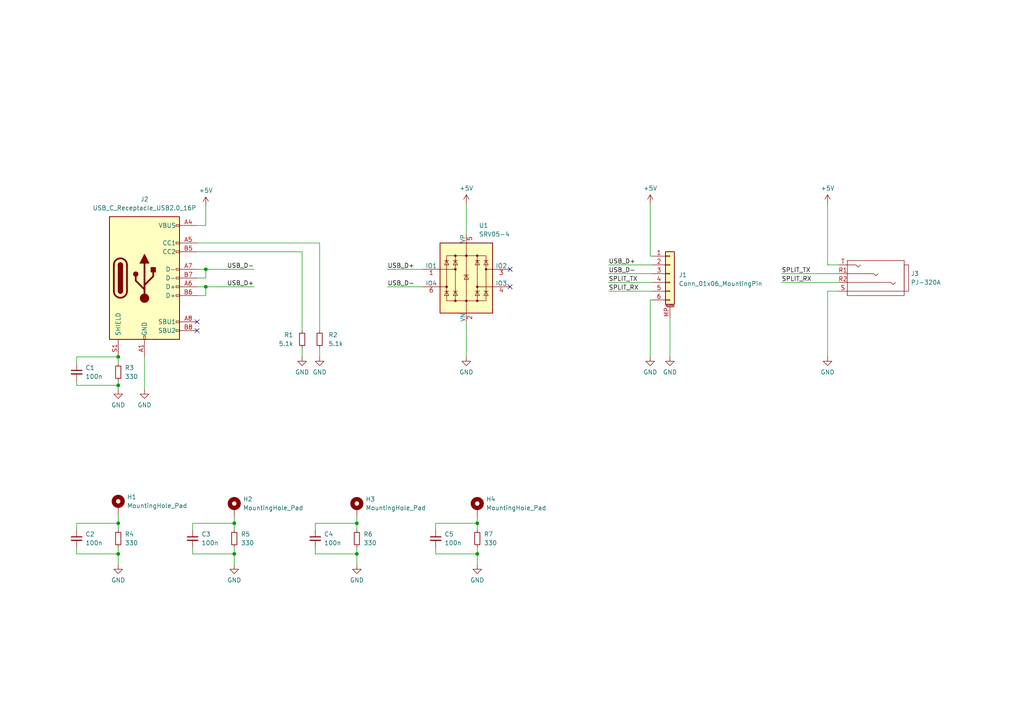
<source format=kicad_sch>
(kicad_sch (version 20230121) (generator eeschema)
  (paper "A4")
  (lib_symbols
    (symbol "Connector:USB_C_Receptacle_USB2.0_16P" (pin_names (offset 1.016))
      (property "Reference" "J" (at 0 22.225 0))
      (property "Value" "USB_C_Receptacle_USB2.0_16P" (at 0 19.685 0))
      (symbol "USB_C_Receptacle_USB2.0_16P_0_0"
        (rectangle (start -0.254 -17.78) (end 0.254 -16.764))
        (rectangle (start 10.16 -14.986) (end 9.144 -15.494))
        (rectangle (start 10.16 -12.446) (end 9.144 -12.954))
        (rectangle (start 10.16 -4.826) (end 9.144 -5.334))
        (rectangle (start 10.16 -2.286) (end 9.144 -2.794))
        (rectangle (start 10.16 0.254) (end 9.144 -0.254))
        (rectangle (start 10.16 2.794) (end 9.144 2.286))
        (rectangle (start 10.16 7.874) (end 9.144 7.366))
        (rectangle (start 10.16 10.414) (end 9.144 9.906))
        (rectangle (start 10.16 15.494) (end 9.144 14.986))
      )
      (symbol "USB_C_Receptacle_USB2.0_16P_0_1"
        (rectangle (start -10.16 17.78) (end 10.16 -17.78) (stroke (width 0.254)) (fill (type background)))
        (arc (start -8.89 -3.81) (mid -6.985 -5.7067) (end -5.08 -3.81) (stroke (width 0.508)))
        (arc (start -7.62 -3.81) (mid -6.985 -4.4423) (end -6.35 -3.81) (stroke (width 0.254)))
        (arc (start -7.62 -3.81) (mid -6.985 -4.4423) (end -6.35 -3.81) (stroke (width 0.254)) (fill (type outline)))
        (rectangle (start -7.62 -3.81) (end -6.35 3.81) (stroke (width 0.254)) (fill (type outline)))
        (arc (start -6.35 3.81) (mid -6.985 4.4423) (end -7.62 3.81) (stroke (width 0.254)))
        (arc (start -6.35 3.81) (mid -6.985 4.4423) (end -7.62 3.81) (stroke (width 0.254)) (fill (type outline)))
        (arc (start -5.08 3.81) (mid -6.985 5.7067) (end -8.89 3.81) (stroke (width 0.508)))
        (circle (center -2.54 1.143) (radius 0.635) (stroke (width 0.254)) (fill (type outline)))
        (circle (center 0 -5.842) (radius 1.27) (fill (type outline)))
        (polyline (pts (xy -8.89 -3.81) (xy -8.89 3.81)) (stroke (width 0.508)))
        (polyline (pts (xy -5.08 3.81) (xy -5.08 -3.81)) (stroke (width 0.508)))
        (polyline (pts (xy 0 -5.842) (xy 0 4.318)) (stroke (width 0.508)))
        (polyline (pts (xy 0 -3.302) (xy -2.54 -0.762) (xy -2.54 0.508)) (stroke (width 0.508)))
        (polyline (pts (xy 0 -2.032) (xy 2.54 0.508) (xy 2.54 1.778)) (stroke (width 0.508)))
        (polyline (pts (xy -1.27 4.318) (xy 0 6.858) (xy 1.27 4.318) (xy -1.27 4.318)) (stroke (width 0.254)) (fill (type outline)))
        (rectangle (start 1.905 1.778) (end 3.175 3.048) (stroke (width 0.254)) (fill (type outline)))
      )
      (symbol "USB_C_Receptacle_USB2.0_16P_1_1"
        (pin passive line (at 0 -22.86 90) (length 5.08) (name "GND") (number "A1"))
        (pin passive line (at 0 -22.86 90) (length 5.08) hide (name "GND") (number "A12"))
        (pin passive line (at 15.24 15.24 180) (length 5.08) (name "VBUS") (number "A4"))
        (pin bidirectional line (at 15.24 10.16 180) (length 5.08) (name "CC1") (number "A5"))
        (pin bidirectional line (at 15.24 -2.54 180) (length 5.08) (name "D+") (number "A6"))
        (pin bidirectional line (at 15.24 2.54 180) (length 5.08) (name "D-") (number "A7"))
        (pin bidirectional line (at 15.24 -12.7 180) (length 5.08) (name "SBU1") (number "A8"))
        (pin passive line (at 15.24 15.24 180) (length 5.08) hide (name "VBUS") (number "A9"))
        (pin passive line (at 0 -22.86 90) (length 5.08) hide (name "GND") (number "B1"))
        (pin passive line (at 0 -22.86 90) (length 5.08) hide (name "GND") (number "B12"))
        (pin passive line (at 15.24 15.24 180) (length 5.08) hide (name "VBUS") (number "B4"))
        (pin bidirectional line (at 15.24 7.62 180) (length 5.08) (name "CC2") (number "B5"))
        (pin bidirectional line (at 15.24 -5.08 180) (length 5.08) (name "D+") (number "B6"))
        (pin bidirectional line (at 15.24 0 180) (length 5.08) (name "D-") (number "B7"))
        (pin bidirectional line (at 15.24 -15.24 180) (length 5.08) (name "SBU2") (number "B8"))
        (pin passive line (at 15.24 15.24 180) (length 5.08) hide (name "VBUS") (number "B9"))
        (pin passive line (at -7.62 -22.86 90) (length 5.08) (name "SHIELD") (number "S1"))
      )
    )
    (symbol "Connector_Generic_MountingPin:Conn_01x06_MountingPin" (pin_names (offset 1.016) hide)
      (property "Reference" "J" (at 0 7.62 0))
      (property "Value" "Conn_01x06_MountingPin" (at 1.27 -10.16 0))
      (symbol "Conn_01x06_MountingPin_1_1"
        (rectangle (start -1.27 -7.493) (end 0 -7.747) (stroke (width 0.1524)))
        (rectangle (start -1.27 -4.953) (end 0 -5.207) (stroke (width 0.1524)))
        (rectangle (start -1.27 -2.413) (end 0 -2.667) (stroke (width 0.1524)))
        (rectangle (start -1.27 0.127) (end 0 -0.127) (stroke (width 0.1524)))
        (rectangle (start -1.27 2.667) (end 0 2.413) (stroke (width 0.1524)))
        (rectangle (start -1.27 5.207) (end 0 4.953) (stroke (width 0.1524)))
        (rectangle (start -1.27 6.35) (end 1.27 -8.89) (stroke (width 0.254)) (fill (type background)))
        (polyline (pts (xy -1.016 -9.652) (xy 1.016 -9.652)) (stroke (width 0.1524)))
        (text "Mounting" (at 0 -9.271 0) (effects (font (size 0.381 0.381))))
        (pin passive line (at -5.08 5.08 0) (length 3.81) (name "Pin_1") (number "1"))
        (pin passive line (at -5.08 2.54 0) (length 3.81) (name "Pin_2") (number "2"))
        (pin passive line (at -5.08 0 0) (length 3.81) (name "Pin_3") (number "3"))
        (pin passive line (at -5.08 -2.54 0) (length 3.81) (name "Pin_4") (number "4"))
        (pin passive line (at -5.08 -5.08 0) (length 3.81) (name "Pin_5") (number "5"))
        (pin passive line (at -5.08 -7.62 0) (length 3.81) (name "Pin_6") (number "6"))
        (pin passive line (at 0 -12.7 90) (length 3.048) (name "MountPin") (number "MP"))
      )
    )
    (symbol "Device:C_Small" (pin_numbers hide) (pin_names (offset 0.254) hide)
      (property "Reference" "C" (at 0.254 1.778 0))
      (property "Value" "C_Small" (at 0.254 -2.032 0))
      (symbol "C_Small_0_1"
        (polyline (pts (xy -1.524 -0.508) (xy 1.524 -0.508)) (stroke (width 0.3302)))
        (polyline (pts (xy -1.524 0.508) (xy 1.524 0.508)) (stroke (width 0.3048)))
      )
      (symbol "C_Small_1_1"
        (pin passive line (at 0 2.54 270) (length 2.032) (name "~") (number "1"))
        (pin passive line (at 0 -2.54 90) (length 2.032) (name "~") (number "2"))
      )
    )
    (symbol "Device:R_Small" (pin_numbers hide) (pin_names (offset 0.254) hide)
      (property "Reference" "R" (at 0.762 0.508 0))
      (property "Value" "R_Small" (at 0.762 -1.016 0))
      (symbol "R_Small_0_1"
        (rectangle (start -0.762 1.778) (end 0.762 -1.778) (stroke (width 0.2032)))
      )
      (symbol "R_Small_1_1"
        (pin passive line (at 0 2.54 270) (length 0.762) (name "~") (number "1"))
        (pin passive line (at 0 -2.54 90) (length 0.762) (name "~") (number "2"))
      )
    )
    (symbol "Mechanical:MountingHole_Pad" (pin_numbers hide) (pin_names (offset 1.016) hide)
      (property "Reference" "H" (at 0 6.35 0))
      (property "Value" "MountingHole_Pad" (at 0 4.445 0))
      (symbol "MountingHole_Pad_0_1"
        (circle (center 0 1.27) (radius 1.27) (stroke (width 1.27)))
      )
      (symbol "MountingHole_Pad_1_1"
        (pin input line (at 0 -2.54 90) (length 2.54) (name "1") (number "1"))
      )
    )
    (symbol "PCM_marbastlib-various:SRV05-4" (pin_names (offset 0))
      (property "Reference" "U" (at -5.08 11.43 0))
      (property "Value" "SRV05-4" (at 2.54 11.43 0))
      (symbol "SRV05-4_0_0"
        (rectangle (start -5.715 6.477) (end 5.715 -6.604))
        (polyline (pts (xy -3.175 -6.604) (xy -3.175 6.477)))
        (polyline (pts (xy 3.175 6.477) (xy 3.175 -6.604)))
      )
      (symbol "SRV05-4_0_1"
        (rectangle (start -7.62 10.16) (end 7.62 -10.16) (stroke (width 0.254)) (fill (type background)))
        (circle (center -5.715 -2.54) (radius 0.2794) (fill (type outline)))
        (circle (center -3.175 -6.604) (radius 0.2794) (fill (type outline)))
        (circle (center -3.175 2.54) (radius 0.2794) (fill (type outline)))
        (circle (center -3.175 6.477) (radius 0.2794) (fill (type outline)))
        (circle (center 0 -6.604) (radius 0.2794) (fill (type outline)))
        (polyline (pts (xy -7.747 2.54) (xy -3.175 2.54)))
        (polyline (pts (xy -7.62 -2.54) (xy -5.715 -2.54)))
        (polyline (pts (xy -5.08 -3.81) (xy -6.35 -3.81)))
        (polyline (pts (xy -5.08 5.08) (xy -6.35 5.08)))
        (polyline (pts (xy -2.54 -3.81) (xy -3.81 -3.81)))
        (polyline (pts (xy -2.54 5.08) (xy -3.81 5.08)))
        (polyline (pts (xy 0 10.16) (xy 0 -10.16)))
        (polyline (pts (xy 3.81 -3.81) (xy 2.54 -3.81)))
        (polyline (pts (xy 3.81 5.08) (xy 2.54 5.08)))
        (polyline (pts (xy 6.35 -3.81) (xy 5.08 -3.81)))
        (polyline (pts (xy 6.35 5.08) (xy 5.08 5.08)))
        (polyline (pts (xy 7.62 -2.54) (xy 3.175 -2.54)))
        (polyline (pts (xy 7.62 2.54) (xy 5.715 2.54)))
        (polyline (pts (xy 0.635 0.889) (xy -0.635 0.889) (xy -0.635 0.635)))
        (polyline (pts (xy -5.08 -5.08) (xy -6.35 -5.08) (xy -5.715 -3.81) (xy -5.08 -5.08)))
        (polyline (pts (xy -5.08 3.81) (xy -6.35 3.81) (xy -5.715 5.08) (xy -5.08 3.81)))
        (polyline (pts (xy -2.54 -5.08) (xy -3.81 -5.08) (xy -3.175 -3.81) (xy -2.54 -5.08)))
        (polyline (pts (xy -2.54 3.81) (xy -3.81 3.81) (xy -3.175 5.08) (xy -2.54 3.81)))
        (polyline (pts (xy 0.635 -0.381) (xy -0.635 -0.381) (xy 0 0.889) (xy 0.635 -0.381)))
        (polyline (pts (xy 3.81 -5.08) (xy 2.54 -5.08) (xy 3.175 -3.81) (xy 3.81 -5.08)))
        (polyline (pts (xy 3.81 3.81) (xy 2.54 3.81) (xy 3.175 5.08) (xy 3.81 3.81)))
        (polyline (pts (xy 6.35 -5.08) (xy 5.08 -5.08) (xy 5.715 -3.81) (xy 6.35 -5.08)))
        (polyline (pts (xy 6.35 3.81) (xy 5.08 3.81) (xy 5.715 5.08) (xy 6.35 3.81)))
        (circle (center 0 6.477) (radius 0.2794) (fill (type outline)))
        (circle (center 3.175 -6.604) (radius 0.2794) (fill (type outline)))
        (circle (center 3.175 -2.54) (radius 0.2794) (fill (type outline)))
        (circle (center 3.175 6.477) (radius 0.2794) (fill (type outline)))
        (circle (center 5.715 2.54) (radius 0.2794) (fill (type outline)))
      )
      (symbol "SRV05-4_1_1"
        (pin passive line (at -12.7 2.54 0) (length 5.08) (name "IO1") (number "1"))
        (pin passive line (at 0 -12.7 90) (length 2.54) (name "VN") (number "2"))
        (pin passive line (at 12.7 2.54 180) (length 5.08) (name "IO2") (number "3"))
        (pin passive line (at 12.7 -2.54 180) (length 5.08) (name "IO3") (number "4"))
        (pin passive line (at 0 12.7 270) (length 2.54) (name "VP") (number "5"))
        (pin passive line (at -12.7 -2.54 0) (length 5.08) (name "IO4") (number "6"))
      )
    )
    (symbol "lib_zegonix:TRRS_Receptacle"
      (property "Reference" "J" (at 21.59 -0.635 0))
      (property "Value" "PJ-320A" (at 21.59 -3.175 0))
      (symbol "TRRS_Receptacle_0_1"
        (polyline (pts (xy 19.05 -7.62) (xy 2.54 -7.62)))
        (polyline (pts (xy 6.35 0) (xy 5.715 -0.635) (xy 5.08 0) (xy 2.54 0)))
        (polyline (pts (xy 11.43 -2.54) (xy 10.795 -3.175) (xy 10.16 -2.54) (xy 2.54 -2.54)))
        (polyline (pts (xy 16.51 -5.08) (xy 15.875 -5.715) (xy 15.24 -5.08) (xy 2.54 -5.08)))
        (rectangle (start 2.54 1.27) (end 19.05 -8.89))
        (rectangle (start 19.05 0) (end 20.32 -7.62))
      )
      (symbol "TRRS_Receptacle_1_1"
        (pin passive line (at 0 -2.54 0) (length 2.54) (name "") (number "R1"))
        (pin passive line (at 0 -5.08 0) (length 2.54) (name "") (number "R2"))
        (pin passive line (at 0 -7.62 0) (length 2.54) (name "") (number "S"))
        (pin passive line (at 0 0 0) (length 2.54) (name "") (number "T"))
      )
    )
    (symbol "power:+5V" (power) (pin_names (offset 0))
      (property "Value" "+5V" (at 0 3.556 0))
      (symbol "+5V_0_1"
        (polyline (pts (xy -0.762 1.27) (xy 0 2.54)))
        (polyline (pts (xy 0 0) (xy 0 2.54)))
        (polyline (pts (xy 0 2.54) (xy 0.762 1.27)))
      )
      (symbol "+5V_1_1"
        (pin power_in line (at 0 0 90) (length 0) hide (name "+5V") (number "1"))
      )
    )
    (symbol "power:GND" (power) (pin_names (offset 0))
      (property "Value" "GND" (at 0 -3.81 0))
      (symbol "GND_0_1"
        (polyline (pts (xy 0 0) (xy 0 -1.27) (xy 1.27 -1.27) (xy 0 -2.54) (xy -1.27 -1.27) (xy 0 -1.27)))
      )
      (symbol "GND_1_1"
        (pin power_in line (at 0 0 270) (length 0) hide (name "GND") (number "1"))
      )
    )
  )
  (junction (at 138.43 160.655))
  (junction (at 103.505 151.765))
  (junction (at 34.29 103.505))
  (junction (at 67.945 160.655))
  (junction (at 138.43 151.765))
  (junction (at 34.29 111.76))
  (junction (at 103.505 160.655))
  (junction (at 67.945 151.765))
  (junction (at 59.69 78.105))
  (junction (at 59.69 83.185))
  (junction (at 34.29 151.765))
  (junction (at 34.29 160.655))
  (no_connect (at 57.15 93.345))
  (no_connect (at 147.955 78.105))
  (no_connect (at 57.15 95.885))
  (no_connect (at 147.955 83.185))
  (wire (pts (xy 126.365 153.67) (xy 126.365 151.765)))
  (wire (pts (xy 126.365 158.75) (xy 126.365 160.655)))
  (wire (pts (xy 87.63 95.885) (xy 87.63 73.025)))
  (wire (pts (xy 67.945 158.75) (xy 67.945 160.655)))
  (wire (pts (xy 176.53 76.835) (xy 189.23 76.835)))
  (wire (pts (xy 22.225 158.75) (xy 22.225 160.655)))
  (wire (pts (xy 92.71 70.485) (xy 92.71 95.885)))
  (wire (pts (xy 34.29 103.505) (xy 22.225 103.505)))
  (wire (pts (xy 243.205 84.455) (xy 240.03 84.455)))
  (wire (pts (xy 67.945 149.86) (xy 67.945 151.765)))
  (wire (pts (xy 59.69 65.405) (xy 59.69 59.69)))
  (wire (pts (xy 59.69 85.725) (xy 59.69 83.185)))
  (wire (pts (xy 22.225 110.49) (xy 22.225 111.76)))
  (wire (pts (xy 22.225 103.505) (xy 22.225 105.41)))
  (wire (pts (xy 126.365 160.655) (xy 138.43 160.655)))
  (wire (pts (xy 34.29 160.655) (xy 34.29 163.83)))
  (wire (pts (xy 240.03 76.835) (xy 243.205 76.835)))
  (wire (pts (xy 34.29 158.75) (xy 34.29 160.655)))
  (wire (pts (xy 126.365 151.765) (xy 138.43 151.765)))
  (wire (pts (xy 55.88 151.765) (xy 67.945 151.765)))
  (wire (pts (xy 87.63 100.965) (xy 87.63 103.505)))
  (wire (pts (xy 112.395 83.185) (xy 122.555 83.185)))
  (wire (pts (xy 176.53 81.915) (xy 189.23 81.915)))
  (wire (pts (xy 59.69 78.105) (xy 73.66 78.105)))
  (wire (pts (xy 188.595 74.295) (xy 189.23 74.295)))
  (wire (pts (xy 57.15 83.185) (xy 59.69 83.185)))
  (wire (pts (xy 103.505 160.655) (xy 103.505 163.83)))
  (wire (pts (xy 189.23 86.995) (xy 188.595 86.995)))
  (wire (pts (xy 138.43 151.765) (xy 138.43 153.67)))
  (wire (pts (xy 112.395 78.105) (xy 122.555 78.105)))
  (wire (pts (xy 34.29 111.76) (xy 34.29 113.03)))
  (wire (pts (xy 55.88 160.655) (xy 67.945 160.655)))
  (wire (pts (xy 59.69 83.185) (xy 73.66 83.185)))
  (wire (pts (xy 57.15 80.645) (xy 59.69 80.645)))
  (wire (pts (xy 91.44 158.75) (xy 91.44 160.655)))
  (wire (pts (xy 91.44 153.67) (xy 91.44 151.765)))
  (wire (pts (xy 103.505 151.765) (xy 103.505 153.67)))
  (wire (pts (xy 194.31 92.075) (xy 194.31 103.505)))
  (wire (pts (xy 226.695 81.915) (xy 243.205 81.915)))
  (wire (pts (xy 22.225 111.76) (xy 34.29 111.76)))
  (wire (pts (xy 91.44 151.765) (xy 103.505 151.765)))
  (wire (pts (xy 57.15 78.105) (xy 59.69 78.105)))
  (wire (pts (xy 103.505 149.86) (xy 103.505 151.765)))
  (wire (pts (xy 57.15 70.485) (xy 92.71 70.485)))
  (wire (pts (xy 59.69 80.645) (xy 59.69 78.105)))
  (wire (pts (xy 92.71 100.965) (xy 92.71 103.505)))
  (wire (pts (xy 34.29 110.49) (xy 34.29 111.76)))
  (wire (pts (xy 34.29 151.765) (xy 34.29 153.67)))
  (wire (pts (xy 55.88 158.75) (xy 55.88 160.655)))
  (wire (pts (xy 103.505 158.75) (xy 103.505 160.655)))
  (wire (pts (xy 57.15 85.725) (xy 59.69 85.725)))
  (wire (pts (xy 34.29 103.505) (xy 34.29 105.41)))
  (wire (pts (xy 67.945 160.655) (xy 67.945 163.83)))
  (wire (pts (xy 226.695 79.375) (xy 243.205 79.375)))
  (wire (pts (xy 188.595 74.295) (xy 188.595 59.055)))
  (wire (pts (xy 176.53 84.455) (xy 189.23 84.455)))
  (wire (pts (xy 135.255 59.055) (xy 135.255 67.945)))
  (wire (pts (xy 22.225 160.655) (xy 34.29 160.655)))
  (wire (pts (xy 138.43 160.655) (xy 138.43 163.83)))
  (wire (pts (xy 176.53 79.375) (xy 189.23 79.375)))
  (wire (pts (xy 188.595 86.995) (xy 188.595 103.505)))
  (wire (pts (xy 41.91 113.03) (xy 41.91 103.505)))
  (wire (pts (xy 135.255 103.505) (xy 135.255 93.345)))
  (wire (pts (xy 57.15 73.025) (xy 87.63 73.025)))
  (wire (pts (xy 138.43 158.75) (xy 138.43 160.655)))
  (wire (pts (xy 34.29 149.225) (xy 34.29 151.765)))
  (wire (pts (xy 240.03 84.455) (xy 240.03 103.505)))
  (wire (pts (xy 57.15 65.405) (xy 59.69 65.405)))
  (wire (pts (xy 138.43 149.86) (xy 138.43 151.765)))
  (wire (pts (xy 22.225 151.765) (xy 34.29 151.765)))
  (wire (pts (xy 67.945 151.765) (xy 67.945 153.67)))
  (wire (pts (xy 240.03 59.055) (xy 240.03 76.835)))
  (wire (pts (xy 91.44 160.655) (xy 103.505 160.655)))
  (wire (pts (xy 22.225 153.67) (xy 22.225 151.765)))
  (wire (pts (xy 55.88 153.67) (xy 55.88 151.765)))
  (label "USB_D+" (at 176.53 76.835 0))
  (label "SPLIT_RX" (at 176.53 84.455 0))
  (label "USB_D+" (at 112.395 78.105 0))
  (label "USB_D-" (at 176.53 79.375 0))
  (label "USB_D+" (at 73.66 83.185 180))
  (label "USB_D-" (at 73.66 78.105 180))
  (label "USB_D-" (at 112.395 83.185 0))
  (label "SPLIT_RX" (at 226.695 81.915 0))
  (label "SPLIT_TX" (at 226.695 79.375 0))
  (label "SPLIT_TX" (at 176.53 81.915 0))
  (symbol (lib_id "power:GND") (at 194.31 103.505 0) (unit 1)
    (property "Reference" "#PWR09" (effects hide))
    (property "Value" "GND" (at 194.31 107.95 0))
  )
  (symbol (lib_id "power:+5V") (at 188.595 59.055 0) (unit 1)
    (property "Reference" "#PWR02" (effects hide))
    (property "Value" "+5V" (at 188.595 54.61 0))
  )
  (symbol (lib_id "power:GND") (at 138.43 163.83 0) (unit 1)
    (property "Reference" "#PWR016" (effects hide))
    (property "Value" "GND" (at 138.43 168.275 0))
  )
  (symbol (lib_id "Device:R_Small") (at 103.505 156.21 0) (unit 1)
    (property "Reference" "R6" (at 105.41 154.94 0) (effects (justify left)))
    (property "Value" "330" (at 105.41 157.48 0) (effects (justify left)))
    (property "Footprint" "Resistor_SMD:R_0603_1608Metric" (effects hide))
  )
  (symbol (lib_id "power:+5V") (at 59.69 59.69 0) (unit 1)
    (property "Reference" "#PWR04" (effects hide))
    (property "Value" "+5V" (at 59.69 55.245 0))
  )
  (symbol (lib_id "Device:R_Small") (at 67.945 156.21 0) (unit 1)
    (property "Reference" "R5" (at 69.85 154.94 0) (effects (justify left)))
    (property "Value" "330" (at 69.85 157.48 0) (effects (justify left)))
    (property "Footprint" "Resistor_SMD:R_0603_1608Metric" (effects hide))
  )
  (symbol (lib_id "power:GND") (at 188.595 103.505 0) (unit 1)
    (property "Reference" "#PWR08" (effects hide))
    (property "Value" "GND" (at 188.595 107.95 0))
  )
  (symbol (lib_id "power:GND") (at 34.29 163.83 0) (unit 1)
    (property "Reference" "#PWR013" (effects hide))
    (property "Value" "GND" (at 34.29 168.275 0))
  )
  (symbol (lib_id "Device:C_Small") (at 22.225 156.21 0) (unit 1)
    (property "Reference" "C2" (at 24.765 154.94 0) (effects (justify left)))
    (property "Value" "100n" (at 24.765 157.48 0) (effects (justify left)))
    (property "Footprint" "Capacitor_SMD:C_0603_1608Metric" (effects hide))
  )
  (symbol (lib_id "power:GND") (at 87.63 103.505 0) (unit 1)
    (property "Reference" "#PWR05" (effects hide))
    (property "Value" "GND" (at 87.63 107.95 0))
  )
  (symbol (lib_id "Connector_Generic_MountingPin:Conn_01x06_MountingPin") (at 194.31 79.375 0) (unit 1)
    (property "Reference" "J1" (at 196.85 79.7306 0) (effects (justify left)))
    (property "Value" "Conn_01x06_MountingPin" (at 196.85 82.2706 0) (effects (justify left)))
    (property "Footprint" "Connector_JST:JST_SHL_SM06B-SHLS-TF_1x06-1MP_P1.00mm_Horizontal" (effects hide))
  )
  (symbol (lib_id "power:GND") (at 92.71 103.505 0) (unit 1)
    (property "Reference" "#PWR06" (effects hide))
    (property "Value" "GND" (at 92.71 107.95 0))
  )
  (symbol (lib_id "Device:R_Small") (at 34.29 156.21 0) (unit 1)
    (property "Reference" "R4" (at 36.195 154.94 0) (effects (justify left)))
    (property "Value" "330" (at 36.195 157.48 0) (effects (justify left)))
    (property "Footprint" "Resistor_SMD:R_0603_1608Metric" (effects hide))
  )
  (symbol (lib_id "power:GND") (at 34.29 113.03 0) (unit 1)
    (property "Reference" "#PWR011" (effects hide))
    (property "Value" "GND" (at 34.29 117.475 0))
  )
  (symbol (lib_id "Mechanical:MountingHole_Pad") (at 34.29 146.685 0) (unit 1)
    (property "Reference" "H1" (at 36.83 144.145 0) (effects (justify left)))
    (property "Value" "MountingHole_Pad" (at 36.83 146.685 0) (effects (justify left)))
    (property "Footprint" "MountingHole:MountingHole_2.2mm_M2_DIN965_Pad_TopBottom" (effects hide))
  )
  (symbol (lib_id "power:GND") (at 67.945 163.83 0) (unit 1)
    (property "Reference" "#PWR014" (effects hide))
    (property "Value" "GND" (at 67.945 168.275 0))
  )
  (symbol (lib_id "power:+5V") (at 135.255 59.055 0) (unit 1)
    (property "Reference" "#PWR01" (effects hide))
    (property "Value" "+5V" (at 135.255 54.61 0))
  )
  (symbol (lib_id "power:+5V") (at 240.03 59.055 0) (unit 1)
    (property "Reference" "#PWR03" (effects hide))
    (property "Value" "+5V" (at 240.03 54.61 0))
  )
  (symbol (lib_id "Device:R_Small") (at 34.29 107.95 0) (unit 1)
    (property "Reference" "R3" (at 36.195 106.68 0) (effects (justify left)))
    (property "Value" "330" (at 36.195 109.22 0) (effects (justify left)))
    (property "Footprint" "Resistor_SMD:R_0603_1608Metric" (effects hide))
  )
  (symbol (lib_id "lib_zegonix:TRRS_Receptacle") (at 243.205 76.835 0) (unit 1)
    (property "Reference" "J3" (at 264.16 79.375 0) (effects (justify left)))
    (property "Value" "PJ-320A" (at 264.16 81.915 0) (effects (justify left)))
    (property "Footprint" "lib-zegonix:TRRS_Receptable" (effects hide))
  )
  (symbol (lib_id "PCM_marbastlib-various:SRV05-4") (at 135.255 80.645 0) (unit 1)
    (property "Reference" "U1" (at 138.8811 65.405 0) (effects (justify left)))
    (property "Value" "SRV05-4" (at 138.8811 67.945 0) (effects (justify left)))
    (property "Footprint" "PCM_marbastlib-various:SOT-23-6-routable" (effects hide))
    (property "Datasheet" "http://www.onsemi.com/pub/Collateral/SRV05-4-D.PDF" (effects hide))
  )
  (symbol (lib_id "Device:R_Small") (at 92.71 98.425 0) (unit 1)
    (property "Reference" "R2" (at 95.25 97.155 0) (effects (justify left)))
    (property "Value" "5.1k" (at 95.25 99.695 0) (effects (justify left)))
    (property "Footprint" "Resistor_SMD:R_0603_1608Metric" (effects hide))
  )
  (symbol (lib_id "Device:R_Small") (at 87.63 98.425 0) (unit 1)
    (property "Reference" "R1" (at 85.09 97.155 0) (effects (justify right)))
    (property "Value" "5.1k" (at 85.09 99.695 0) (effects (justify right)))
    (property "Footprint" "Resistor_SMD:R_0603_1608Metric" (effects hide))
  )
  (symbol (lib_id "power:GND") (at 41.91 113.03 0) (unit 1)
    (property "Reference" "#PWR012" (effects hide))
    (property "Value" "GND" (at 41.91 117.475 0))
  )
  (symbol (lib_id "Device:R_Small") (at 138.43 156.21 0) (unit 1)
    (property "Reference" "R7" (at 140.335 154.94 0) (effects (justify left)))
    (property "Value" "330" (at 140.335 157.48 0) (effects (justify left)))
    (property "Footprint" "Resistor_SMD:R_0603_1608Metric" (effects hide))
  )
  (symbol (lib_id "power:GND") (at 240.03 103.505 0) (unit 1)
    (property "Reference" "#PWR010" (effects hide))
    (property "Value" "GND" (at 240.03 107.95 0))
  )
  (symbol (lib_id "Mechanical:MountingHole_Pad") (at 67.945 147.32 0) (unit 1)
    (property "Reference" "H2" (at 70.485 144.78 0) (effects (justify left)))
    (property "Value" "MountingHole_Pad" (at 70.485 147.32 0) (effects (justify left)))
    (property "Footprint" "MountingHole:MountingHole_2.2mm_M2_DIN965_Pad_TopBottom" (effects hide))
  )
  (symbol (lib_id "Device:C_Small") (at 22.225 107.95 0) (unit 1)
    (property "Reference" "C1" (at 24.765 106.68 0) (effects (justify left)))
    (property "Value" "100n" (at 24.765 109.22 0) (effects (justify left)))
    (property "Footprint" "Capacitor_SMD:C_0603_1608Metric" (effects hide))
  )
  (symbol (lib_id "Mechanical:MountingHole_Pad") (at 138.43 147.32 0) (unit 1)
    (property "Reference" "H4" (at 140.97 144.78 0) (effects (justify left)))
    (property "Value" "MountingHole_Pad" (at 140.97 147.32 0) (effects (justify left)))
    (property "Footprint" "MountingHole:MountingHole_2.2mm_M2_DIN965_Pad_TopBottom" (effects hide))
  )
  (symbol (lib_id "power:GND") (at 103.505 163.83 0) (unit 1)
    (property "Reference" "#PWR015" (effects hide))
    (property "Value" "GND" (at 103.505 168.275 0))
  )
  (symbol (lib_id "Device:C_Small") (at 91.44 156.21 0) (unit 1)
    (property "Reference" "C4" (at 93.98 154.94 0) (effects (justify left)))
    (property "Value" "100n" (at 93.98 157.48 0) (effects (justify left)))
    (property "Footprint" "Capacitor_SMD:C_0603_1608Metric" (effects hide))
  )
  (symbol (lib_id "power:GND") (at 135.255 103.505 0) (unit 1)
    (property "Reference" "#PWR07" (effects hide))
    (property "Value" "GND" (at 135.255 107.95 0))
  )
  (symbol (lib_id "Connector:USB_C_Receptacle_USB2.0_16P") (at 41.91 80.645 0) (unit 1)
    (property "Reference" "J2" (at 41.91 57.785 0))
    (property "Value" "USB_C_Receptacle_USB2.0_16P" (at 41.91 60.325 0))
    (property "Footprint" "Connector_USB:USB_C_Receptacle_HRO_TYPE-C-31-M-12" (effects hide))
    (property "Datasheet" "https://www.usb.org/sites/default/files/documents/usb_type-c.zip" (effects hide))
  )
  (symbol (lib_id "Device:C_Small") (at 126.365 156.21 0) (unit 1)
    (property "Reference" "C5" (at 128.905 154.94 0) (effects (justify left)))
    (property "Value" "100n" (at 128.905 157.48 0) (effects (justify left)))
    (property "Footprint" "Capacitor_SMD:C_0603_1608Metric" (effects hide))
  )
  (symbol (lib_id "Device:C_Small") (at 55.88 156.21 0) (unit 1)
    (property "Reference" "C3" (at 58.42 154.94 0) (effects (justify left)))
    (property "Value" "100n" (at 58.42 157.48 0) (effects (justify left)))
    (property "Footprint" "Capacitor_SMD:C_0603_1608Metric" (effects hide))
  )
  (symbol (lib_id "Mechanical:MountingHole_Pad") (at 103.505 147.32 0) (unit 1)
    (property "Reference" "H3" (at 106.045 144.78 0) (effects (justify left)))
    (property "Value" "MountingHole_Pad" (at 106.045 147.32 0) (effects (justify left)))
    (property "Footprint" "MountingHole:MountingHole_2.2mm_M2_DIN965_Pad_TopBottom" (effects hide))
  )
)
</source>
